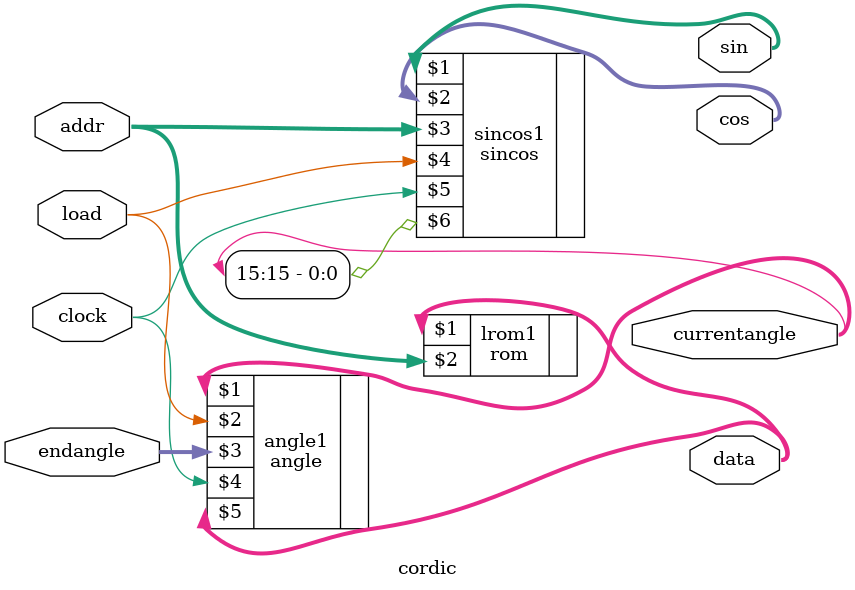
<source format=v>
module cordic (sin, cos, data, currentangle,
	       endangle, addr, load, clock);

   input [15:0]  endangle;
   input 	 clock;
   input [3:0] 	 addr;
   input 	 load;

   output [15:0] sin, cos;
   output [15:0] data, currentangle;

   angle angle1 (currentangle, load, endangle, clock, data);
   sincos sincos1 (sin, cos, addr, load, clock, currentangle[15]);
   rom lrom1 (data, addr);   
   
endmodule // cordic

</source>
